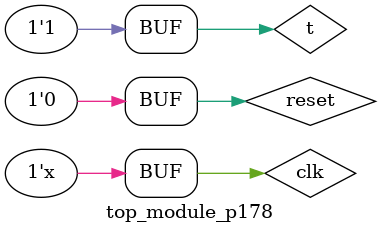
<source format=v>
module top_module_p178 ();
    reg      clk;
    reg      reset;
    reg   	 t;
    wire	 q;
    initial begin
       clk = 0; 
       reset = 1'b1; t = 1'b0;
	   #10; reset = 1'b0; t = 1'b1;
    end
    always #5 clk = ~clk;
    tff tff ( .clk (clk), .reset (reset), .t (t), .q (q));
endmodule

</source>
